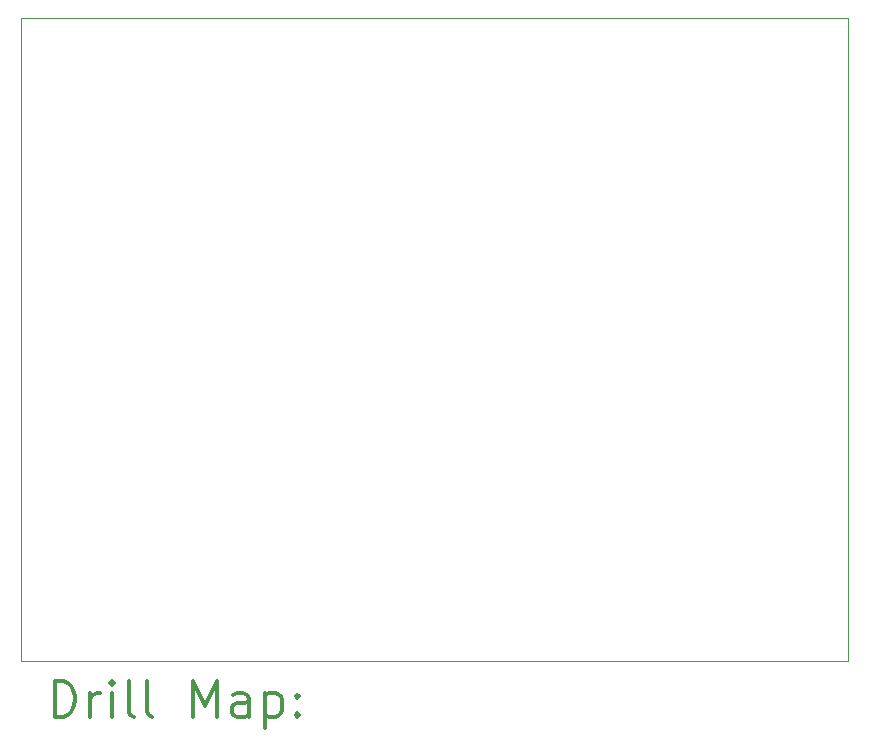
<source format=gbr>
%FSLAX45Y45*%
G04 Gerber Fmt 4.5, Leading zero omitted, Abs format (unit mm)*
G04 Created by KiCad (PCBNEW 5.1.10) date 2021-07-02 20:44:00*
%MOMM*%
%LPD*%
G01*
G04 APERTURE LIST*
%TA.AperFunction,Profile*%
%ADD10C,0.050000*%
%TD*%
%ADD11C,0.200000*%
%ADD12C,0.300000*%
G04 APERTURE END LIST*
D10*
X4100000Y-8500000D02*
X11100000Y-8500000D01*
X4100000Y-13950000D02*
X4100000Y-8500000D01*
X11100000Y-13950000D02*
X4100000Y-13950000D01*
X11100000Y-8500000D02*
X11100000Y-13950000D01*
D11*
D12*
X4383928Y-14418214D02*
X4383928Y-14118214D01*
X4455357Y-14118214D01*
X4498214Y-14132500D01*
X4526786Y-14161071D01*
X4541071Y-14189643D01*
X4555357Y-14246786D01*
X4555357Y-14289643D01*
X4541071Y-14346786D01*
X4526786Y-14375357D01*
X4498214Y-14403929D01*
X4455357Y-14418214D01*
X4383928Y-14418214D01*
X4683928Y-14418214D02*
X4683928Y-14218214D01*
X4683928Y-14275357D02*
X4698214Y-14246786D01*
X4712500Y-14232500D01*
X4741071Y-14218214D01*
X4769643Y-14218214D01*
X4869643Y-14418214D02*
X4869643Y-14218214D01*
X4869643Y-14118214D02*
X4855357Y-14132500D01*
X4869643Y-14146786D01*
X4883928Y-14132500D01*
X4869643Y-14118214D01*
X4869643Y-14146786D01*
X5055357Y-14418214D02*
X5026786Y-14403929D01*
X5012500Y-14375357D01*
X5012500Y-14118214D01*
X5212500Y-14418214D02*
X5183928Y-14403929D01*
X5169643Y-14375357D01*
X5169643Y-14118214D01*
X5555357Y-14418214D02*
X5555357Y-14118214D01*
X5655357Y-14332500D01*
X5755357Y-14118214D01*
X5755357Y-14418214D01*
X6026786Y-14418214D02*
X6026786Y-14261071D01*
X6012500Y-14232500D01*
X5983928Y-14218214D01*
X5926786Y-14218214D01*
X5898214Y-14232500D01*
X6026786Y-14403929D02*
X5998214Y-14418214D01*
X5926786Y-14418214D01*
X5898214Y-14403929D01*
X5883928Y-14375357D01*
X5883928Y-14346786D01*
X5898214Y-14318214D01*
X5926786Y-14303929D01*
X5998214Y-14303929D01*
X6026786Y-14289643D01*
X6169643Y-14218214D02*
X6169643Y-14518214D01*
X6169643Y-14232500D02*
X6198214Y-14218214D01*
X6255357Y-14218214D01*
X6283928Y-14232500D01*
X6298214Y-14246786D01*
X6312500Y-14275357D01*
X6312500Y-14361071D01*
X6298214Y-14389643D01*
X6283928Y-14403929D01*
X6255357Y-14418214D01*
X6198214Y-14418214D01*
X6169643Y-14403929D01*
X6441071Y-14389643D02*
X6455357Y-14403929D01*
X6441071Y-14418214D01*
X6426786Y-14403929D01*
X6441071Y-14389643D01*
X6441071Y-14418214D01*
X6441071Y-14232500D02*
X6455357Y-14246786D01*
X6441071Y-14261071D01*
X6426786Y-14246786D01*
X6441071Y-14232500D01*
X6441071Y-14261071D01*
M02*

</source>
